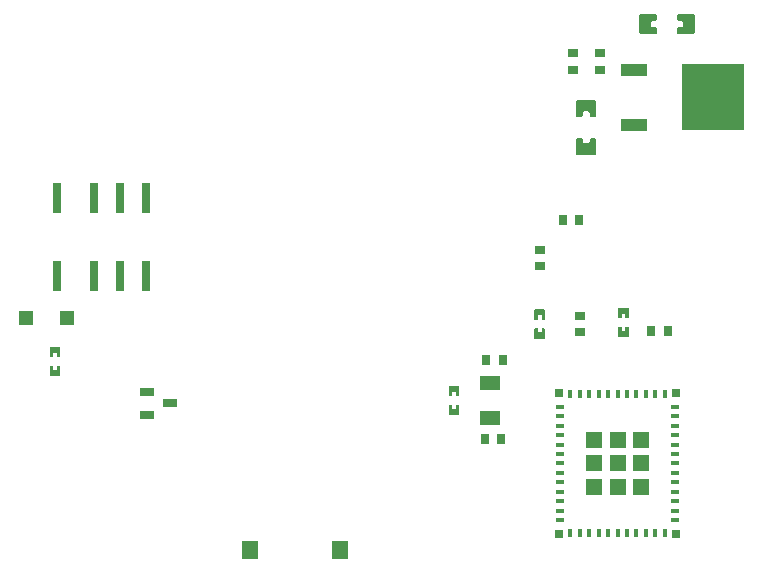
<source format=gtp>
G04 Layer: TopPasteMaskLayer*
G04 EasyEDA v6.5.21, 2022-10-26 23:24:46*
G04 7043a08dc792485ca80c43a16287fa54,0a3b9bc433cf4336b4e61a92af7c5883,10*
G04 Gerber Generator version 0.2*
G04 Scale: 100 percent, Rotated: No, Reflected: No *
G04 Dimensions in inches *
G04 leading zeros omitted , absolute positions ,3 integer and 6 decimal *
%FSLAX36Y36*%
%MOIN*%

%AMMACRO1*21,1,$1,$2,0,0,$3*%
%ADD10R,0.0315X0.1008*%
%ADD11R,0.0315X0.0354*%
%ADD12R,0.0354X0.0315*%
%ADD13R,0.0551X0.0591*%
%ADD14R,0.0276X0.0276*%
%ADD15R,0.0315X0.0157*%
%ADD16R,0.0157X0.0315*%
%ADD17R,0.0571X0.0571*%
%ADD18R,0.0873X0.0419*%
%ADD19MACRO1,0.2186X0.2049X-90.0000*%
%ADD20R,0.0709X0.0512*%
%ADD21R,0.0472X0.0453*%
%ADD22R,0.0492X0.0276*%

%LPD*%
G36*
X-1382600Y809020D02*
G01*
X-1386540Y805080D01*
X-1386540Y790500D01*
X-1382600Y786560D01*
X-1370600Y786560D01*
X-1366660Y782620D01*
X-1366660Y767380D01*
X-1370600Y763439D01*
X-1382600Y763439D01*
X-1386540Y759500D01*
X-1386540Y744920D01*
X-1382600Y740980D01*
X-1332000Y740980D01*
X-1328080Y744920D01*
X-1328080Y805080D01*
X-1332000Y809020D01*
G37*
G36*
X-1508000Y809020D02*
G01*
X-1511920Y805080D01*
X-1511920Y744920D01*
X-1508000Y740980D01*
X-1457400Y740980D01*
X-1453460Y744920D01*
X-1453460Y759500D01*
X-1457400Y763439D01*
X-1469400Y763439D01*
X-1473340Y767380D01*
X-1473340Y782620D01*
X-1469400Y786560D01*
X-1457400Y786560D01*
X-1453460Y790500D01*
X-1453460Y805080D01*
X-1457400Y809020D01*
G37*
G36*
X-1860740Y-238580D02*
G01*
X-1862720Y-240560D01*
X-1862720Y-272040D01*
X-1860740Y-274020D01*
X-1829259Y-274020D01*
X-1827280Y-272040D01*
X-1827280Y-240560D01*
X-1829259Y-238580D01*
X-1838220Y-238580D01*
X-1838220Y-253160D01*
X-1851220Y-253160D01*
X-1851220Y-238580D01*
G37*
G36*
X-1860740Y-175980D02*
G01*
X-1862720Y-177960D01*
X-1862720Y-209060D01*
X-1860740Y-211020D01*
X-1851220Y-211020D01*
X-1851220Y-196060D01*
X-1838220Y-196060D01*
X-1838220Y-211020D01*
X-1829259Y-211020D01*
X-1827280Y-209060D01*
X-1827280Y-177960D01*
X-1829259Y-175980D01*
G37*
G36*
X-1580740Y-170980D02*
G01*
X-1582720Y-172960D01*
X-1582720Y-204440D01*
X-1580740Y-206420D01*
X-1571780Y-206420D01*
X-1571780Y-191840D01*
X-1558779Y-191840D01*
X-1558779Y-206420D01*
X-1549259Y-206420D01*
X-1547280Y-204440D01*
X-1547280Y-172960D01*
X-1549259Y-170980D01*
G37*
G36*
X-1580740Y-233980D02*
G01*
X-1582720Y-235940D01*
X-1582720Y-267040D01*
X-1580740Y-269020D01*
X-1549259Y-269020D01*
X-1547280Y-267040D01*
X-1547280Y-235940D01*
X-1549259Y-233980D01*
X-1558779Y-233980D01*
X-1558779Y-248939D01*
X-1571780Y-248939D01*
X-1571780Y-233980D01*
G37*
G36*
X-2145740Y-493579D02*
G01*
X-2147720Y-495560D01*
X-2147720Y-527040D01*
X-2145740Y-529020D01*
X-2114260Y-529020D01*
X-2112280Y-527040D01*
X-2112280Y-495560D01*
X-2114260Y-493579D01*
X-2123220Y-493579D01*
X-2123220Y-508160D01*
X-2136220Y-508160D01*
X-2136220Y-493579D01*
G37*
G36*
X-2145740Y-430980D02*
G01*
X-2147720Y-432960D01*
X-2147720Y-464060D01*
X-2145740Y-466019D01*
X-2136220Y-466019D01*
X-2136220Y-451060D01*
X-2123220Y-451060D01*
X-2123220Y-466019D01*
X-2114260Y-466019D01*
X-2112280Y-464060D01*
X-2112280Y-432960D01*
X-2114260Y-430980D01*
G37*
G36*
X-1720080Y521920D02*
G01*
X-1724019Y518000D01*
X-1724019Y467400D01*
X-1720080Y463459D01*
X-1705500Y463459D01*
X-1701560Y467400D01*
X-1701560Y479400D01*
X-1697620Y483340D01*
X-1682380Y483340D01*
X-1678440Y479400D01*
X-1678440Y467400D01*
X-1674500Y463459D01*
X-1659920Y463459D01*
X-1655980Y467400D01*
X-1655980Y518000D01*
X-1659920Y521920D01*
G37*
G36*
X-1720080Y396540D02*
G01*
X-1724019Y392600D01*
X-1724019Y342000D01*
X-1720080Y338080D01*
X-1659920Y338080D01*
X-1655980Y342000D01*
X-1655980Y392600D01*
X-1659920Y396540D01*
X-1674500Y396540D01*
X-1678440Y392600D01*
X-1678440Y380600D01*
X-1682380Y376659D01*
X-1697620Y376659D01*
X-1701560Y380600D01*
X-1701560Y392600D01*
X-1705500Y396540D01*
G37*
G36*
X-3475740Y-363579D02*
G01*
X-3477720Y-365560D01*
X-3477720Y-397040D01*
X-3475740Y-399020D01*
X-3444260Y-399020D01*
X-3442280Y-397040D01*
X-3442280Y-365560D01*
X-3444260Y-363579D01*
X-3453220Y-363579D01*
X-3453220Y-378160D01*
X-3466220Y-378160D01*
X-3466220Y-363579D01*
G37*
G36*
X-3475740Y-300980D02*
G01*
X-3477720Y-302960D01*
X-3477720Y-334060D01*
X-3475740Y-336019D01*
X-3466220Y-336019D01*
X-3466220Y-321060D01*
X-3453220Y-321060D01*
X-3453220Y-336019D01*
X-3444260Y-336019D01*
X-3442280Y-334060D01*
X-3442280Y-302960D01*
X-3444260Y-300980D01*
G37*
D10*
G01*
X-3155390Y195709D03*
G01*
X-3242010Y195709D03*
G01*
X-3328620Y195709D03*
G01*
X-3454600Y195709D03*
G01*
X-3155390Y-65709D03*
G01*
X-3242010Y-65709D03*
G01*
X-3328620Y-65709D03*
G01*
X-3454600Y-65709D03*
D11*
G01*
X-1472559Y-250000D03*
G01*
X-1417440Y-250000D03*
D12*
G01*
X-1710000Y-252559D03*
G01*
X-1710000Y-197440D03*
G01*
X-1845000Y-32559D03*
G01*
X-1845000Y22559D03*
D11*
G01*
X-2022559Y-345000D03*
G01*
X-1967440Y-345000D03*
G01*
X-2027559Y-610000D03*
G01*
X-1972440Y-610000D03*
G01*
X-1712440Y120000D03*
G01*
X-1767559Y120000D03*
D13*
G01*
X-2809600Y-980000D03*
G01*
X-2510399Y-980000D03*
D14*
G01*
X-1390120Y-455749D03*
G01*
X-1779879Y-455749D03*
G01*
X-1779879Y-924250D03*
G01*
X-1390120Y-924250D03*
D15*
G01*
X-1392089Y-501019D03*
G01*
X-1392089Y-532519D03*
G01*
X-1392089Y-564020D03*
G01*
X-1392089Y-595509D03*
G01*
X-1392089Y-627010D03*
G01*
X-1392089Y-658499D03*
G01*
X-1392089Y-690000D03*
G01*
X-1392089Y-721500D03*
G01*
X-1392089Y-752989D03*
G01*
X-1392089Y-784490D03*
G01*
X-1392089Y-815979D03*
G01*
X-1392089Y-847480D03*
G01*
X-1392089Y-878980D03*
D16*
G01*
X-1427519Y-922280D03*
G01*
X-1459020Y-922280D03*
G01*
X-1490509Y-922280D03*
G01*
X-1522010Y-922280D03*
G01*
X-1553499Y-922280D03*
G01*
X-1585000Y-922280D03*
G01*
X-1616500Y-922280D03*
G01*
X-1647989Y-922280D03*
G01*
X-1679490Y-922280D03*
G01*
X-1710979Y-922280D03*
G01*
X-1742480Y-922280D03*
D15*
G01*
X-1777910Y-878980D03*
G01*
X-1777910Y-847480D03*
G01*
X-1777910Y-815979D03*
G01*
X-1777910Y-784490D03*
G01*
X-1777910Y-752989D03*
G01*
X-1777910Y-721500D03*
G01*
X-1777910Y-690000D03*
G01*
X-1777910Y-658499D03*
G01*
X-1777910Y-627010D03*
G01*
X-1777910Y-595509D03*
G01*
X-1777910Y-564020D03*
G01*
X-1777910Y-532519D03*
G01*
X-1777910Y-501019D03*
D16*
G01*
X-1742480Y-457719D03*
G01*
X-1710979Y-457719D03*
G01*
X-1679490Y-457719D03*
G01*
X-1647989Y-457719D03*
G01*
X-1616500Y-457719D03*
G01*
X-1585000Y-457719D03*
G01*
X-1553499Y-457719D03*
G01*
X-1522010Y-457719D03*
G01*
X-1490509Y-457719D03*
G01*
X-1459020Y-457719D03*
G01*
X-1427519Y-457719D03*
D17*
G01*
X-1585000Y-690000D03*
G01*
X-1585000Y-612240D03*
G01*
X-1662759Y-612240D03*
G01*
X-1662759Y-690000D03*
G01*
X-1662759Y-767759D03*
G01*
X-1585000Y-767759D03*
G01*
X-1507240Y-767759D03*
G01*
X-1507240Y-690000D03*
G01*
X-1507240Y-612240D03*
D18*
G01*
X-1531840Y620549D03*
G01*
X-1531840Y439450D03*
D19*
G01*
X-1268163Y530000D03*
D20*
G01*
X-2010000Y-422600D03*
G01*
X-2010000Y-537399D03*
D12*
G01*
X-1645000Y622440D03*
G01*
X-1645000Y677559D03*
G01*
X-1735000Y622440D03*
G01*
X-1735000Y677559D03*
D21*
G01*
X-3421689Y-205000D03*
G01*
X-3558310Y-205000D03*
D22*
G01*
X-3154369Y-452600D03*
G01*
X-3154369Y-527399D03*
G01*
X-3075630Y-490000D03*
M02*

</source>
